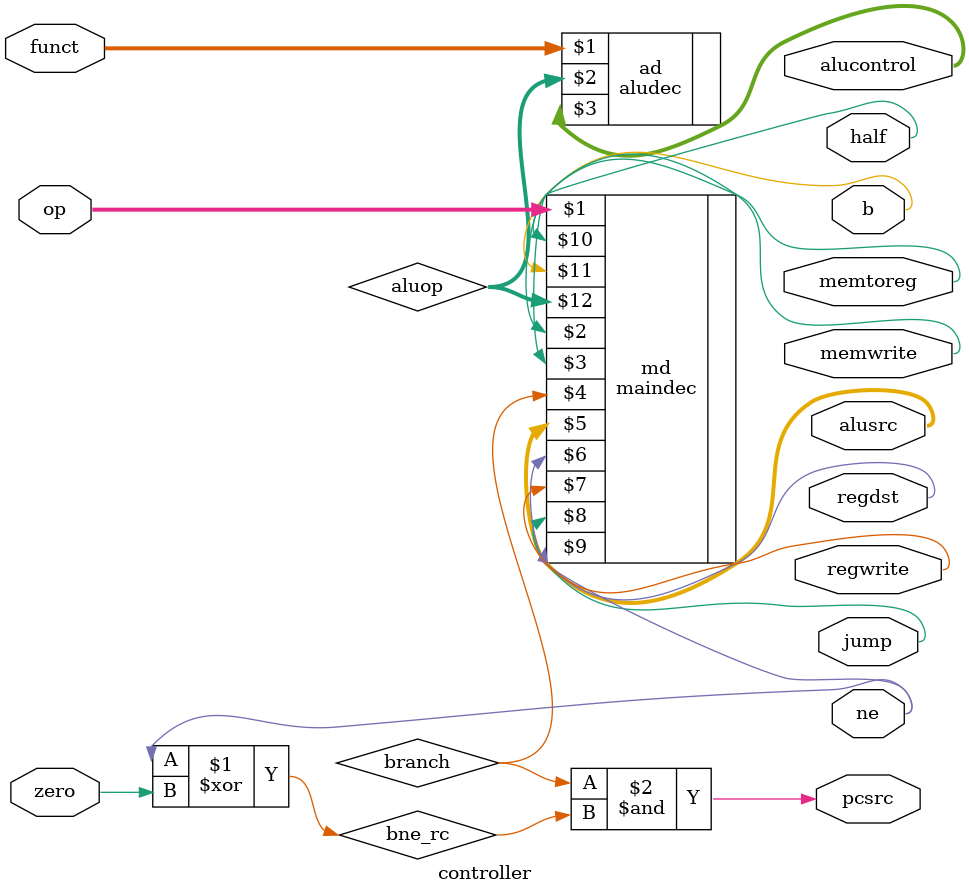
<source format=sv>
module controller(input logic [5:0] op, funct,
                    input logic zero,
                    output logic memtoreg, memwrite,
                    output logic pcsrc, 
                    output logic [1:0] alusrc,
                    output logic regdst, regwrite,
                    output logic jump,
                    output logic ne,
                    output logic half,
                    output logic b,
                    output logic [2:0] alucontrol);

logic [1:0] aluop;
logic branch;

maindec md(op, memtoreg, memwrite, branch,
            alusrc, regdst, regwrite, jump, ne, half, b, aluop);

aludec ad(funct, aluop, alucontrol);

logic  bne_rc;
assign bne_rc = ne ^ zero ;
assign pcsrc = branch & bne_rc;

endmodule
</source>
